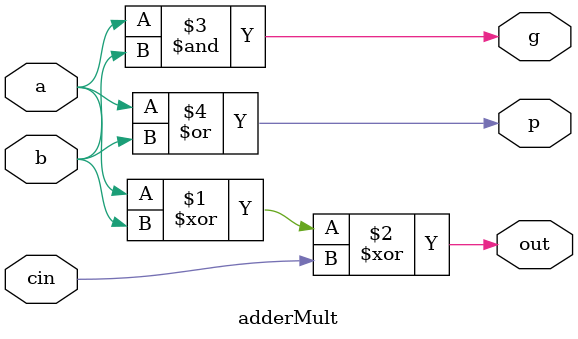
<source format=v>
module multdiv(data_operandA, data_operandB, ctrl_MULT, ctrl_DIV, clock, data_result, data_exception, data_resultRDY);
   input [31:0] data_operandA, data_operandB;
   input ctrl_MULT, ctrl_DIV, clock;

   output [31:0] data_result;
   output data_exception, data_resultRDY;	
	
	wire mult_adder_en, mult_adder_sub, buffer_bit, product_enable, count_enable, exception, sign, en_int_1, en_int_2,
			isZeroA, isZeroB, noZero, notStateEn, n_enable, isMaxA, isMaxB, maxOverflow, exception1, state_enable, state,
			notState, rqb_enable, adderSub, gt_or_et, div_exception;
	wire [63:0] product_in, product_out, product_unshifted, product_shifted, rqb_unshifted, rqb_shifted;
	wire [31:0] adderOut, shifted_product_anded, shifted_product_ored, adderIn, rqb_in, p_in, rqbr, inverted_a, inverted_b, 
					in_a, in_b, uninverted_div_out, div_out;
	wire [5:0] count, countIncremented, notCount;
	
	
	// Make inputs positive for div, invert final product if necessary
	inverter32Mult inva(inverted_a, data_operandA, data_operandA[31]);
	inverter32Mult invb(inverted_b, data_operandB, data_operandB[31]);
	inverter32Mult invp(uninverted_div_out, rqb_shifted[31:0], sign);
				
	// Chooses inputs based on mult or div
	muxBusMult mina(in_a, inverted_a, data_operandA, state);
	muxBusMult minb(in_b, inverted_b, data_operandB, state);
				
	// Sets output to 0 if divisor is 0
	muxBusMult divo(div_out, 32'h0, uninverted_div_out, isZeroB);
												
	// Stores state as either multiplying (0) or dividing (1)
	or stateEn(state_enable, ctrl_MULT, ctrl_DIV);
	not enInv(n_enable, state_enable);
	dflipflopMult storeState(ctrl_DIV, ~clock, 1'b1, 1'b1, state_enable, state);
	not nState(notState, state);
		
	// Exception checking
	xor excxor (sign, data_operandA[31], data_operandB[31]); 	// Sign is 1 if negative, 0 if positive
	xor excand (exception, sign, data_result[31]);
	checkIfZeroMult checkA(isZeroA, data_operandA);
	checkIfZeroMult checkB(isZeroB, data_operandB);
	isMaxMult checkMaxA(isMaxA, data_operandA);
	isMaxMult checkMaxB(isMaxB, data_operandB);
	and checkMaxOver(maxOverflow, isMaxA, isMaxB, notState);
	nor checkNoZero(noZero, isZeroA, isZeroB);
	and excnot (exception1, exception, data_resultRDY, noZero, notState);	
	and divideByZero(div_exception, isZeroB, state);
	or exor(data_exception, exception1, maxOverflow, div_exception);	
	
	
	// Counts to 31, sets result ready
	not notCo[5:0](notCount, count);
	not outRDY(data_resultRDY, count_enable);
	nand cEnable(count_enable, notCount[0], notCount[1], notCount[2], notCount[3], notCount[4], count[5]);
	increment6bitMult incrementer(countIncremented, count);
	register6Mult counter(count, countIncremented, state_enable, ~clock, count_enable);	// Counts every step, resets at new signal
	
	// Allows product register to change
	or pEnable(product_enable, count_enable, state_enable);

	// For multiplication: shifting the combined adder output/product
	assign product_unshifted[63:32] = adderOut;
	assign product_unshifted[31:0] = product_out[31:0];
	shifterMult shift (product_shifted, product_unshifted);
	
	// For multiplication: initializing product if ctrl_MULT is asserted, or updating if multiplying
	and andDiv [31:0] (rqb_in, n_enable, rqb_shifted[63:32]);
	and ands1[31:0] (p_in, n_enable, product_shifted[63:32]);
	muxBusMult orgsg(product_in[63:32], rqb_in, p_in, state);
	and ands3 [31:0] (shifted_product_anded, n_enable, product_shifted[31:0], notState);
	and ands2[31:0](shifted_product_ored, state_enable, in_a);
	and anfaf[31:0](rqbr, rqb_shifted[31:0], state, n_enable);
	or ors1 [31:0] (product_in[31:0], shifted_product_ored, shifted_product_anded, rqbr);
	
	// Wires correct result out
	muxBusMult resultOut(data_result, div_out, product_out[31:0], state);
	
	// Sets sub and enable values for multiplication adder
	xor xorE(mult_adder_en, buffer_bit, product_out[0]);
	not notS(mult_adder_sub, buffer_bit);
	or addSub(adderSub, mult_adder_sub, state);
	
	and cond1(en_int_1, mult_adder_en, n_enable, notState);
	or cond2(en_int_2, en_int_1, state);
	
	// Stores booth buffer bit in register
	dflipflopMult bb(product_out[0], ~clock, n_enable, 1'b1, 1'b1, buffer_bit);
	
	// Product/RQB register and adder/comparator
	register64Mult productReg(product_out, product_in, 1'b0, ~clock, product_enable);
	full32AdderMult adder(adderOut, product_out[63:32], in_b, adderSub, en_int_2);
		 
	// Logic for greater than or equal to output of comparator
	assign gt_or_et = (~adderOut[31]) & ((product_out[63] & in_b[31]) + ((~product_out[63]) & (~in_b[31]))) +
							((~product_out[63]) & in_b[31]);
							
	muxBusMult ifgtoret(rqb_unshifted[63:32], adderOut, product_out[63:32], gt_or_et);
	assign rqb_unshifted[31:0] = product_out[31:0];
	
	leftShift1Mult leftshifter(rqb_shifted, rqb_unshifted, gt_or_et);
							
		 
endmodule



module shifterMult(out, in);
	input [63:0] in;
	output [63:0] out;
	
	wire [63:0] intermediate;
	
	assign intermediate = in >>> 1;
	
	assign out[63] = intermediate[62];
	assign out[62:0] = intermediate[62:0];
	
endmodule




module register64Mult(data_out, data_in, rst, clk, en);
	input clk, en, rst;
	input [63:0] data_in;
	
	output [63:0] data_out;
	
	wire reset;
	
	not notrst(reset, rst);
	
	dflipflopMult flops [63:0] (data_in, clk, reset, 1'b1, en, data_out);
	
endmodule



module register6Mult(data_out, data_in, rst, clk, en);
	input clk, en, rst;
	input [5:0] data_in;
	
	output [5:0] data_out;
	
	wire reset;
	
	not notrst(reset, rst);
	
	dflipflopMult flops [5:0] (data_in, clk, reset, 1'b1, en, data_out);
	
endmodule



module muxBusMult(out, ina, inb, s);
	input [31:0] ina, inb;
	input s;
	output [31:0] out;
	
	assign out = (s) ? ina : inb;
	
endmodule



module leftShift1Mult(out, in, lastVal);
	input [63:0] in;
	input lastVal;
	output [63:0] out;
	
	assign out[63:1] = in[62:0];
	assign out[0] = lastVal;
	
endmodule


module isMaxMult(out, in);
	input [31:0] in;
	output out;
	
	assign out = ~in[31] & in[30] & in[29] & in[28] & in[27] & in[26] & in[25] & in[24] &
					  in[23] & in[22] & in[21] & in[20] & in[19] & in[18] & in[17] & in[16] &
					  in[15] & in[14] & in[13] & in[12] & in[11] & in[10] & in[9] & in[8] &
					  in[7] & in[6] & in[5] & in[4] & in[3] & in[2] & in[1] & in[0];

endmodule


module inverter32Mult(out, in, en);
	input [31:0] in;
	input en;
	output [31:0] out;
		
	full32AdderMult add(out, 32'b0, in, en, 1'b1);
	
endmodule



module increment6bitMult(s, a);
	input [5:0] a;
	wire [5:0] b;
	wire c;
	
	
	output [5:0] s;
	
	assign b = 5'b000001;
	assign c = 1'b0;
	
	wire [5:0] p,g;
	
	wire c1, c2, c3, c4, c5;
	wire p0c, p1p0c, p1g0, p2p1p0c, p2p1g0, p2g1, p3p2p1p0c, p3p2p1g0, p3p2g1, p3g2, p4p3p2p1p0c, p4p3p2p1g0, p4p3p2g1, p4p3g2, p4g3;
	
	adderMult adder0(s[0], p[0], g[0], a[0], b[0], c);
	
	and and0(p0c, p[0], c);
	or   or0(c1, p0c, g[0]);
	
	adderMult adder1(s[1], p[1], g[1], a[1], b[1], c1);
	
	and and1(p1p0c, p0c, p[1]);
	and and2(p1g0, p[1], g[0]);
	or or1(c2, g[1], p1g0, p1p0c);
	
	adderMult adder2(s[2], p[2], g[2], a[2], b[2], c2);
	
	and and3(p2p1p0c, p[2], p1p0c);
	and and4(p2p1g0, p[2], p1g0);
	and and5(p2g1, p[2], g[1]);
	or or2(c3, g[2], p2g1, p2p1g0, p2p1p0c);
	
	adderMult adder3(s[3], p[3], g[3], a[3], b[3], c3);
	
	and and6(p3p2p1p0c, p[3], p2p1p0c);
	and and7(p3p2p1g0, p[3], p2p1g0);
	and and8(p3p2g1, p[3], p2g1);
	and and9(p3g2, p[3], g[2]);
	or or3(c4, p3p2p1p0c, p3p2p1g0, p3p2g1, p3g2, g[3]);
	
	adderMult adder4(s[4], p[4], g[4], a[4], b[4], c4);
	

	and and10(p4p3p2p1p0c, p[4], p3p2p1p0c);
	and and11(p4p3p2p1g0, p[4], p3p2p1g0);
	and and12(p4p3p2g1, p[4], p3p2g1);
	and and13(p4p3g2, p[4], p3g2);
	and and14(p4g3, p[4], g[3]);
	or or4(c5, p4p3p2p1p0c, p4p3p2p1g0, p4p3p2g1, p4p3g2, p4g3, g[4]);
	
	adderMult adder5(s[5], p[5], g[5], a[5], b[5], c5);
	
endmodule


module full32AdderMult(out, a, b, sub, en);
	
	input [31:0] a, b;
	input sub, en;
	output [31:0] out;

	wire [3:0] G, P;
	wire [31:0] bin, bin1;
	wire c8, c16, c24, c32, P0c, P1G0, P1P0c, P2G1, P2P1G0, P2P1P0c, P3G2, P3P2G1, P3P2P1G0, P3P2P1P0c, notA, notB, notC;
	wire over1, over2, over3, notSub, subin;
	
	and(subin, sub, en);
	
	xor xorB [31:0] (bin1, b, subin);
	
	and andB [31:0] (bin, bin1, en);
	
	cla8BlockMult cla8Block0(out[7:0], G[0], P[0], a[7:0], bin[7:0], subin);
	
	and and0(P0c, P[0], subin);
	or or0(c8, G[0], P0c);
	
	cla8BlockMult cla8Block1(out[15:8], G[1], P[1], a[15:8], bin[15:8], c8);
	
	and and1(P1P0c, P[1], P0c);
	and and2(P1G0, P[1], G[0]);
	or or1(c16, G[1], P1G0, P1P0c);
	
	cla8BlockMult cla8Block2(out[23:16], G[2], P[2], a[23:16], bin[23:16], c16);
	
	and and3(P2P1P0c, P[2], P1P0c);
	and and4(P2P1G0, P[2], P1G0);
	and and5(P2G1, P[2], G[1]);
	or or2(c24, G[2], P2G1, P2P1G0, P2P1P0c);
	
	cla8BlockMult cla8Block3(out[31:24], G[3], P[3], a[31:24], bin[31:24], c24);
	
	
endmodule


module dflipflopMult(d, clk, clrn, prn, ena, q);
    input d, clk, ena, clrn, prn;
    wire clr;
    wire pr;

    output q;
    reg q;

    assign clr = ~clrn;
    assign pr = ~prn;

    initial
    begin
        q = 1'b0;
    end

    always @(posedge clk) begin
        if (q == 1'bx) begin
            q <= 1'b0;
        end else if (clr) begin
            q <= 1'b0;
        end else if (ena) begin
            q <= d;
        end
    end
endmodule



module cla8BlockMult(s, bigG, bigP, a, b, c);
	input [7:0] a, b;
	input c;
	output [7:0] s;
	output bigG, bigP;
	wire p0c, c1, c2, c3, c4, c5, c6, c7, p1p0c, p1g0, p2p1p0c, p2p1g0, p2g1, p3p2p1p0c, p3p2p1g0, p3p2g1, p3g2;
	wire p4p3p2p1p0c, p4p3p2p1g0, p4p3p2g1, p4p3g2, p4g3, p5p4p3p2p1p0c, p5p4p3p2p1g0, p5p4p3p2g1, p5p4p3g2, p5p4g3, p5g4;
	wire p6p5p4p3p2p1p0c, p6p5p4p3p2p1g0, p6p5p4p3p2g1, p6p5p4p3g2, p6p5p4g3, p6p5g4, p6g5, p7g6;
	wire p7p6p5p4p3p2p1g0, p7p6p5p4p3p2g1, p7p6p5p4p3g2, p7p6p5p4g3, p7p6p5g4, p7p6g5;
	wire [7:0] g, p;
	
	adderMult adder0(s[0], p[0], g[0], a[0], b[0], c);
	
	and and0(p0c, p[0], c);
	or   or0(c1, p0c, g[0]);
	
	adderMult adder1(s[1], p[1], g[1], a[1], b[1], c1);
	
	and and1(p1p0c, p0c, p[1]);
	and and2(p1g0, p[1], g[0]);
	or or1(c2, g[1], p1g0, p1p0c);
	
	adderMult adder2(s[2], p[2], g[2], a[2], b[2], c2);
	
	and and3(p2p1p0c, p[2], p1p0c);
	and and4(p2p1g0, p[2], p1g0);
	and and5(p2g1, p[2], g[1]);
	or or2(c3, g[2], p2g1, p2p1g0, p2p1p0c);
	
	adderMult adder3(s[3], p[3], g[3], a[3], b[3], c3);
	
	and and6(p3p2p1p0c, p[3], p2p1p0c);
	and and7(p3p2p1g0, p[3], p2p1g0);
	and and8(p3p2g1, p[3], p2g1);
	and and9(p3g2, p[3], g[2]);
	or or3(c4, p3p2p1p0c, p3p2p1g0, p3p2g1, p3g2, g[3]);
	
	adderMult adder4(s[4], p[4], g[4], a[4], b[4], c4);
	
	and and10(p4p3p2p1p0c, p[4], p3p2p1p0c);
	and and11(p4p3p2p1g0, p[4], p3p2p1g0);
	and and12(p4p3p2g1, p[4], p3p2g1);
	and and13(p4p3g2, p[4], p3g2);
	and and14(p4g3, p[4], g[3]);
	or or4(c5, p4p3p2p1p0c, p4p3p2p1g0, p4p3p2g1, p4p3g2, p4g3, g[4]);
	
	adderMult adder5(s[5], p[5], g[5], a[5], b[5], c5);
	
	and and15(p5p4p3p2p1p0c, p[5], p4p3p2p1p0c);
	and and16(p5p4p3p2p1g0, p[5], p4p3p2p1g0);
	and and17(p5p4p3p2g1, p[5], p4p3p2g1);
	and and18(p5p4p3g2, p[5], p4p3g2);
	and and19(p5p4g3, p[5], p4g3);
	and and20(p5g4, p[5], g[4]);
	or or5(c6, p5p4p3p2p1p0c, p5p4p3p2p1g0, p5p4p3p2g1, p5p4p3g2, p5p4g3, p5g4, g[5]);
	
	adderMult adder6(s[6], p[6], g[6], a[6], b[6], c6);
	
	and and21(p6p5p4p3p2p1p0c, p[6], p5p4p3p2p1p0c);
	and and22(p6p5p4p3p2p1g0, p[6], p5p4p3p2p1g0);
	and and23(p6p5p4p3p2g1, p[6], p5p4p3p2g1);
	and and24(p6p5p4p3g2, p[6], p5p4p3g2);
	and and25(p6p5p4g3, p[6], p5p4g3);
	and and26(p6p5g4, p[6], p5g4);
	and and27(p6g5, p[6], g[5]);
	or or6(c7, p6p5p4p3p2p1p0c, p6p5p4p3p2p1g0, p6p5p4p3p2g1, p6p5p4p3g2, p6p5p4g3, p6p5g4, p6g5, g[6]);
	
	adderMult adder7(s[7], p[7], g[7], a[7], b[7], c7);
	
	and and28(bigP, p[7], p[6], p[5], p[4], p[3], p[2], p[1], p[0]);
	
	and and29(p7p6p5p4p3p2p1g0, p[7], p6p5p4p3p2p1g0);
	and and30(p7p6p5p4p3p2g1, p[7], p6p5p4p3p2g1);
	and and31(p7p6p5p4p3g2, p[7], p6p5p4p3g2);
	and and32(p7p6p5p4g3, p[7], p6p5p4g3);
	and and33(p7p6p5g4, p[7], p6p5g4);
	and and34(p7p6g5, p[7], p6g5);
	and and35(p7g6, p[7], g[6]);
	or or7(bigG, g[7], p7g6, p7p6g5, p7p6p5g4, p7p6p5p4g3, p7p6p5p4p3g2, p7p6p5p4p3p2g1, p7p6p5p4p3p2p1g0);
	
endmodule



module checkIfZeroMult(out, in);
	input [31:0] in;
	output out;
	
	nor check(out, in[0], in[1], in[2], in[3], in[4], in[5], in[6], in[7], 
						in[8], in[9], in[10],in[11],in[12],in[13],in[14],in[15],
						in[16],in[17],in[18],in[19],in[20],in[21],in[22],in[23],
						in[24],in[25],in[26],in[27],in[28],in[29],in[30],in[31]);
	
endmodule



module adderMult(out, p, g, a, b, cin);
	input a, b, cin;
	output out, p, g;
	
	xor outxor(out, a, b, cin);
	and andg(g, a, b);
	or orp(p, a, b);
	
endmodule
</source>
